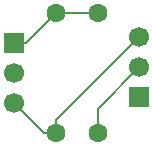
<source format=gbr>
%TF.GenerationSoftware,KiCad,Pcbnew,9.0.3-9.0.3-0~ubuntu22.04.1*%
%TF.CreationDate,2025-08-07T16:27:34-07:00*%
%TF.ProjectId,milkv_hat,6d696c6b-765f-4686-9174-2e6b69636164,rev?*%
%TF.SameCoordinates,Original*%
%TF.FileFunction,Copper,L2,Bot*%
%TF.FilePolarity,Positive*%
%FSLAX46Y46*%
G04 Gerber Fmt 4.6, Leading zero omitted, Abs format (unit mm)*
G04 Created by KiCad (PCBNEW 9.0.3-9.0.3-0~ubuntu22.04.1) date 2025-08-07 16:27:34*
%MOMM*%
%LPD*%
G01*
G04 APERTURE LIST*
%TA.AperFunction,ComponentPad*%
%ADD10R,1.700000X1.700000*%
%TD*%
%TA.AperFunction,ComponentPad*%
%ADD11C,1.700000*%
%TD*%
%TA.AperFunction,ComponentPad*%
%ADD12C,1.600000*%
%TD*%
%TA.AperFunction,Conductor*%
%ADD13C,0.200000*%
%TD*%
G04 APERTURE END LIST*
D10*
%TO.P,J2,1,RX*%
%TO.N,Net-(J1-TX)*%
X124500000Y-68540000D03*
D11*
%TO.P,J2,2,TX*%
%TO.N,Net-(J2-TX)*%
X124500000Y-66000000D03*
%TO.P,J2,3,GND*%
%TO.N,Net-(J1-GND)*%
X124500000Y-63460000D03*
%TD*%
D12*
%TO.P,R2,1*%
%TO.N,Net-(J1-GND)*%
X117500000Y-71580000D03*
%TO.P,R2,2*%
%TO.N,Net-(J1-RX)*%
X117500000Y-61420000D03*
%TD*%
%TO.P,R1,1*%
%TO.N,Net-(J2-TX)*%
X121000000Y-71580000D03*
%TO.P,R1,2*%
%TO.N,Net-(J1-RX)*%
X121000000Y-61420000D03*
%TD*%
D10*
%TO.P,J1,1,RX*%
%TO.N,Net-(J1-RX)*%
X113900000Y-63975000D03*
D11*
%TO.P,J1,2,TX*%
%TO.N,Net-(J1-TX)*%
X113900000Y-66515000D03*
%TO.P,J1,3,GND*%
%TO.N,Net-(J1-GND)*%
X113900000Y-69055000D03*
%TD*%
D13*
%TO.N,Net-(J2-TX)*%
X121000000Y-71580000D02*
X121000000Y-69500000D01*
X121000000Y-69500000D02*
X124500000Y-66000000D01*
%TO.N,Net-(J1-GND)*%
X117500000Y-71580000D02*
X117500000Y-70460000D01*
X117500000Y-70460000D02*
X124500000Y-63460000D01*
%TO.N,Net-(J1-RX)*%
X117500000Y-61420000D02*
X121000000Y-61420000D01*
%TO.N,Net-(J1-GND)*%
X113900000Y-69055000D02*
X116425000Y-71580000D01*
X116425000Y-71580000D02*
X117500000Y-71580000D01*
%TO.N,Net-(J1-RX)*%
X113900000Y-63975000D02*
X114945000Y-63975000D01*
X114945000Y-63975000D02*
X117500000Y-61420000D01*
%TD*%
M02*

</source>
